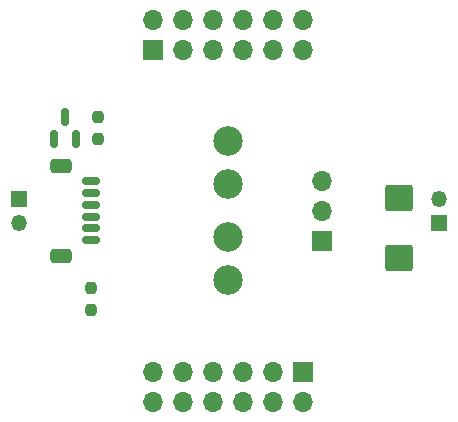
<source format=gbr>
%TF.GenerationSoftware,KiCad,Pcbnew,7.0.5*%
%TF.CreationDate,2023-06-08T00:56:16-04:00*%
%TF.ProjectId,INDICATOR,494e4449-4341-4544-9f52-2e6b69636164,rev?*%
%TF.SameCoordinates,Original*%
%TF.FileFunction,Soldermask,Top*%
%TF.FilePolarity,Negative*%
%FSLAX46Y46*%
G04 Gerber Fmt 4.6, Leading zero omitted, Abs format (unit mm)*
G04 Created by KiCad (PCBNEW 7.0.5) date 2023-06-08 00:56:16*
%MOMM*%
%LPD*%
G01*
G04 APERTURE LIST*
G04 Aperture macros list*
%AMRoundRect*
0 Rectangle with rounded corners*
0 $1 Rounding radius*
0 $2 $3 $4 $5 $6 $7 $8 $9 X,Y pos of 4 corners*
0 Add a 4 corners polygon primitive as box body*
4,1,4,$2,$3,$4,$5,$6,$7,$8,$9,$2,$3,0*
0 Add four circle primitives for the rounded corners*
1,1,$1+$1,$2,$3*
1,1,$1+$1,$4,$5*
1,1,$1+$1,$6,$7*
1,1,$1+$1,$8,$9*
0 Add four rect primitives between the rounded corners*
20,1,$1+$1,$2,$3,$4,$5,0*
20,1,$1+$1,$4,$5,$6,$7,0*
20,1,$1+$1,$6,$7,$8,$9,0*
20,1,$1+$1,$8,$9,$2,$3,0*%
G04 Aperture macros list end*
%ADD10C,2.500000*%
%ADD11R,1.350000X1.350000*%
%ADD12O,1.350000X1.350000*%
%ADD13R,1.700000X1.700000*%
%ADD14O,1.700000X1.700000*%
%ADD15RoundRect,0.237500X-0.237500X0.250000X-0.237500X-0.250000X0.237500X-0.250000X0.237500X0.250000X0*%
%ADD16RoundRect,0.237500X0.237500X-0.250000X0.237500X0.250000X-0.237500X0.250000X-0.237500X-0.250000X0*%
%ADD17RoundRect,0.150000X0.625000X-0.150000X0.625000X0.150000X-0.625000X0.150000X-0.625000X-0.150000X0*%
%ADD18RoundRect,0.250000X0.650000X-0.350000X0.650000X0.350000X-0.650000X0.350000X-0.650000X-0.350000X0*%
%ADD19RoundRect,0.250000X-0.925000X0.875000X-0.925000X-0.875000X0.925000X-0.875000X0.925000X0.875000X0*%
%ADD20RoundRect,0.150000X0.150000X-0.587500X0.150000X0.587500X-0.150000X0.587500X-0.150000X-0.587500X0*%
G04 APERTURE END LIST*
D10*
%TO.C,U1*%
X150160000Y-94203621D03*
X150160000Y-97863621D03*
X150160000Y-102333621D03*
X150160000Y-105993621D03*
%TD*%
D11*
%TO.C,J3*%
X168060000Y-101104610D03*
D12*
X168060000Y-99104610D03*
%TD*%
D13*
%TO.C,SW1*%
X158160000Y-102623621D03*
D14*
X158160000Y-100083621D03*
X158160000Y-97543621D03*
%TD*%
D15*
%TO.C,R2*%
X139130000Y-92186121D03*
X139130000Y-94011121D03*
%TD*%
D13*
%TO.C,J1*%
X143810000Y-86465599D03*
D14*
X143810000Y-83925599D03*
X146350000Y-86465599D03*
X146350000Y-83925599D03*
X148890000Y-86465599D03*
X148890000Y-83925599D03*
X151430000Y-86465599D03*
X151430000Y-83925599D03*
X153970000Y-86465599D03*
X153970000Y-83925599D03*
X156510000Y-86465599D03*
X156510000Y-83925599D03*
%TD*%
D13*
%TO.C,J2*%
X156510000Y-113743621D03*
D14*
X156510000Y-116283621D03*
X153970000Y-113743621D03*
X153970000Y-116283621D03*
X151430000Y-113743621D03*
X151430000Y-116283621D03*
X148890000Y-113743621D03*
X148890000Y-116283621D03*
X146350000Y-113743621D03*
X146350000Y-116283621D03*
X143810000Y-113743621D03*
X143810000Y-116283621D03*
%TD*%
D16*
%TO.C,R1*%
X138585000Y-108481121D03*
X138585000Y-106656121D03*
%TD*%
D11*
%TO.C,J4*%
X132460000Y-99098621D03*
D12*
X132460000Y-101098621D03*
%TD*%
D17*
%TO.C,J6*%
X138585000Y-102598621D03*
X138585000Y-101598621D03*
X138585000Y-100598621D03*
X138585000Y-99598621D03*
X138585000Y-98598621D03*
X138585000Y-97598621D03*
D18*
X136060000Y-103898621D03*
X136060000Y-96298621D03*
%TD*%
D19*
%TO.C,C1*%
X164610000Y-99024610D03*
X164610000Y-104124610D03*
%TD*%
D20*
%TO.C,Q1*%
X135410000Y-93998621D03*
X137310000Y-93998621D03*
X136360000Y-92123621D03*
%TD*%
M02*

</source>
